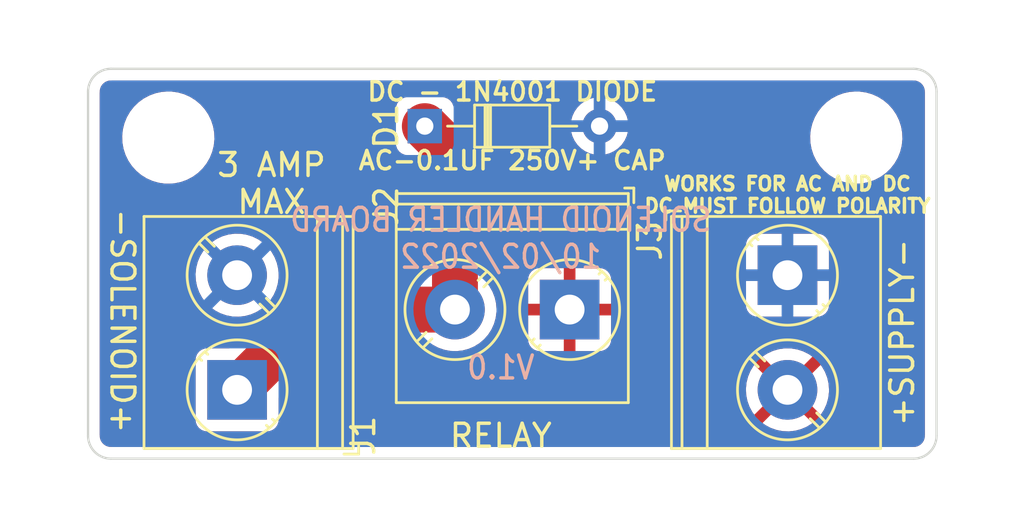
<source format=kicad_pcb>
(kicad_pcb (version 20211014) (generator pcbnew)
  (layers (0 "F.Cu" signal) (31 "B.Cu" signal) (34 "B.Paste" user) (35 "F.Paste" user) (36 "B.SilkS" user "B.Silkscreen") (37 "F.SilkS" user "F.Silkscreen") (38 "B.Mask" user) (39 "F.Mask" user) (44 "Edge.Cuts" user))
  (net 0 "")
  (net 1 "Net-(D1-Pad1)")
  (net 2 "GND")
  (net 3 "+12V")
  (footprint "MountingHole:MountingHole_3mm" (layer "F.Cu") (at 118.5 87)
    (fp_text reference "REF**" hide)
    (fp_text value "MountingHole_3mm")
    (pad "" np_thru_hole circle (at 0 0) (size 3 3) (drill 3) (layers *.Cu *.Mask))
  )
  (footprint "Diode_THT:D_DO-34_SOD68_P7.62mm_Horizontal" (layer "F.Cu") (at 129.685 86.5)
    (fp_text reference "D1" (at -1.685 0 90) (layer "F.SilkS"))
    (fp_text value "D")
    (fp_line (start 2.626 -0.92) (end 2.626 0.92) (layer "F.SilkS") (width 0.12))
    (fp_line (start 5.45 -0.92) (end 2.17 -0.92) (layer "F.SilkS") (width 0.12))
    (fp_line (start 2.17 0.92) (end 5.45 0.92) (layer "F.SilkS") (width 0.12))
    (fp_line (start 6.63 0) (end 5.45 0) (layer "F.SilkS") (width 0.12))
    (fp_line (start 2.17 -0.92) (end 2.17 0.92) (layer "F.SilkS") (width 0.12))
    (fp_line (start 2.866 -0.92) (end 2.866 0.92) (layer "F.SilkS") (width 0.12))
    (fp_line (start 0.99 0) (end 2.17 0) (layer "F.SilkS") (width 0.12))
    (fp_line (start 2.746 -0.92) (end 2.746 0.92) (layer "F.SilkS") (width 0.12))
    (fp_line (start 5.45 0.92) (end 5.45 -0.92) (layer "F.SilkS") (width 0.12))
    (pad "1" thru_hole rect (at 0 0) (size 1.5 1.5) (drill 0.75) (layers *.Cu *.Mask) (net 1 "Net-(D1-Pad1)"))
    (pad "2" thru_hole oval (at 7.62 0) (size 1.5 1.5) (drill 0.75) (layers *.Cu *.Mask) (net 2 "GND"))
  )
  (footprint "MountingHole:MountingHole_3mm" (layer "F.Cu") (at 148.5 87)
    (fp_text reference "REF**" hide)
    (fp_text value "MountingHole_3mm")
    (pad "" np_thru_hole circle (at 0 0) (size 3 3) (drill 3) (layers *.Cu *.Mask))
  )
  (footprint "TerminalBlock_Phoenix:TerminalBlock_Phoenix_PT-1,5-2-5.0-H_1x02_P5.00mm_Horizontal" (layer "F.Cu") (at 136 94.5 180)
    (fp_text reference "J2" (at 8 4.5 -90) (layer "F.SilkS"))
    (fp_text value "relay")
    (fp_line (start -2.56 3.5) (end 7.56 3.5) (layer "F.SilkS") (width 0.12))
    (fp_line (start 6.654 -1.388) (end 6.259 -0.992) (layer "F.SilkS") (width 0.12))
    (fp_line (start -2.56 -4.06) (end -2.56 5.06) (layer "F.SilkS") (width 0.12))
    (fp_line (start -2.8 5.3) (end -2.4 5.3) (layer "F.SilkS") (width 0.12))
    (fp_line (start -2.56 4.6) (end 7.56 4.6) (layer "F.SilkS") (width 0.12))
    (fp_line (start 1.654 -1.388) (end 1.547 -1.281) (layer "F.SilkS") (width 0.12))
    (fp_line (start 3.993 1.274) (end 3.613 1.654) (layer "F.SilkS") (width 0.12))
    (fp_line (start 7.56 -4.06) (end 7.56 5.06) (layer "F.SilkS") (width 0.12))
    (fp_line (start 6.388 -1.654) (end 6.008 -1.274) (layer "F.SilkS") (width 0.12))
    (fp_line (start 1.388 -1.654) (end 1.281 -1.547) (layer "F.SilkS") (width 0.12))
    (fp_line (start -2.56 -4.06) (end 7.56 -4.06) (layer "F.SilkS") (width 0.12))
    (fp_line (start -1.548 1.281) (end -1.654 1.388) (layer "F.SilkS") (width 0.12))
    (fp_line (start -2.56 5.06) (end 7.56 5.06) (layer "F.SilkS") (width 0.12))
    (fp_line (start -1.282 1.547) (end -1.388 1.654) (layer "F.SilkS") (width 0.12))
    (fp_line (start -2.8 4.66) (end -2.8 5.3) (layer "F.SilkS") (width 0.12))
    (fp_line (start 3.742 0.992) (end 3.347 1.388) (layer "F.SilkS") (width 0.12))
    (fp_circle (center 0 0) (end 2.18 0) (layer "F.SilkS") (width 0.12) (fill none))
    (fp_circle (center 5 0) (end 7.18 0) (layer "F.SilkS") (width 0.12) (fill none))
    (pad "1" thru_hole rect (at 0 0 180) (size 2.6 2.6) (drill 1.3) (layers *.Cu *.Mask) (net 3 "+12V"))
    (pad "2" thru_hole circle (at 5 0 180) (size 2.6 2.6) (drill 1.3) (layers *.Cu *.Mask) (net 1 "Net-(D1-Pad1)"))
  )
  (footprint "TerminalBlock_Phoenix:TerminalBlock_Phoenix_PT-1,5-2-5.0-H_1x02_P5.00mm_Horizontal" (layer "F.Cu") (at 145.5 93 -90)
    (fp_text reference "J3" (at -1.5 6 -90) (layer "F.SilkS"))
    (fp_text value "PowerSource")
    (fp_line (start -2.56 -4.06) (end 7.56 -4.06) (layer "F.SilkS") (width 0.12))
    (fp_line (start -1.282 1.547) (end -1.388 1.654) (layer "F.SilkS") (width 0.12))
    (fp_line (start -2.56 5.06) (end 7.56 5.06) (layer "F.SilkS") (width 0.12))
    (fp_line (start 1.388 -1.654) (end 1.281 -1.547) (layer "F.SilkS") (width 0.12))
    (fp_line (start 1.654 -1.388) (end 1.547 -1.281) (layer "F.SilkS") (width 0.12))
    (fp_line (start 6.654 -1.388) (end 6.259 -0.992) (layer "F.SilkS") (width 0.12))
    (fp_line (start 6.388 -1.654) (end 6.008 -1.274) (layer "F.SilkS") (width 0.12))
    (fp_line (start -2.56 -4.06) (end -2.56 5.06) (layer "F.SilkS") (width 0.12))
    (fp_line (start -2.56 4.6) (end 7.56 4.6) (layer "F.SilkS") (width 0.12))
    (fp_line (start -2.56 3.5) (end 7.56 3.5) (layer "F.SilkS") (width 0.12))
    (fp_line (start 3.742 0.992) (end 3.347 1.388) (layer "F.SilkS") (width 0.12))
    (fp_line (start 7.56 -4.06) (end 7.56 5.06) (layer "F.SilkS") (width 0.12))
    (fp_line (start -1.548 1.281) (end -1.654 1.388) (layer "F.SilkS") (width 0.12))
    (fp_line (start -2.8 4.66) (end -2.8 5.3) (layer "F.SilkS") (width 0.12))
    (fp_line (start -2.8 5.3) (end -2.4 5.3) (layer "F.SilkS") (width 0.12))
    (fp_line (start 3.993 1.274) (end 3.613 1.654) (layer "F.SilkS") (width 0.12))
    (fp_circle (center 5 0) (end 7.18 0) (layer "F.SilkS") (width 0.12) (fill none))
    (fp_circle (center 0 0) (end 2.18 0) (layer "F.SilkS") (width 0.12) (fill none))
    (pad "1" thru_hole rect (at 0 0 270) (size 2.6 2.6) (drill 1.3) (layers *.Cu *.Mask) (net 2 "GND"))
    (pad "2" thru_hole circle (at 5 0 270) (size 2.6 2.6) (drill 1.3) (layers *.Cu *.Mask) (net 3 "+12V"))
  )
  (footprint "TerminalBlock_Phoenix:TerminalBlock_Phoenix_PT-1,5-2-5.0-H_1x02_P5.00mm_Horizontal" (layer "F.Cu") (at 121.5 98 90)
    (fp_text reference "J1" (at -2 5.5 90) (layer "F.SilkS"))
    (fp_text value "Solenoid")
    (fp_line (start -1.282 1.547) (end -1.388 1.654) (layer "F.SilkS") (width 0.12))
    (fp_line (start 3.993 1.274) (end 3.613 1.654) (layer "F.SilkS") (width 0.12))
    (fp_line (start -2.56 3.5) (end 7.56 3.5) (layer "F.SilkS") (width 0.12))
    (fp_line (start -2.56 5.06) (end 7.56 5.06) (layer "F.SilkS") (width 0.12))
    (fp_line (start -2.56 4.6) (end 7.56 4.6) (layer "F.SilkS") (width 0.12))
    (fp_line (start -2.56 -4.06) (end -2.56 5.06) (layer "F.SilkS") (width 0.12))
    (fp_line (start -2.8 4.66) (end -2.8 5.3) (layer "F.SilkS") (width 0.12))
    (fp_line (start 6.654 -1.388) (end 6.259 -0.992) (layer "F.SilkS") (width 0.12))
    (fp_line (start -2.56 -4.06) (end 7.56 -4.06) (layer "F.SilkS") (width 0.12))
    (fp_line (start -2.8 5.3) (end -2.4 5.3) (layer "F.SilkS") (width 0.12))
    (fp_line (start 1.654 -1.388) (end 1.547 -1.281) (layer "F.SilkS") (width 0.12))
    (fp_line (start -1.548 1.281) (end -1.654 1.388) (layer "F.SilkS") (width 0.12))
    (fp_line (start 3.742 0.992) (end 3.347 1.388) (layer "F.SilkS") (width 0.12))
    (fp_line (start 1.388 -1.654) (end 1.281 -1.547) (layer "F.SilkS") (width 0.12))
    (fp_line (start 7.56 -4.06) (end 7.56 5.06) (layer "F.SilkS") (width 0.12))
    (fp_line (start 6.388 -1.654) (end 6.008 -1.274) (layer "F.SilkS") (width 0.12))
    (fp_circle (center 5 0) (end 7.18 0) (layer "F.SilkS") (width 0.12) (fill none))
    (fp_circle (center 0 0) (end 2.18 0) (layer "F.SilkS") (width 0.12) (fill none))
    (pad "1" thru_hole rect (at 0 0 90) (size 2.6 2.6) (drill 1.3) (layers *.Cu *.Mask) (net 1 "Net-(D1-Pad1)"))
    (pad "2" thru_hole circle (at 5 0 90) (size 2.6 2.6) (drill 1.3) (layers *.Cu *.Mask) (net 2 "GND"))
  )
  (gr_line (start 116 84) (end 151 84) (layer "Edge.Cuts") (width 0.1))
  (gr_arc (start 152 100) (mid 151.707107 100.707107) (end 151 101) (layer "Edge.Cuts") (width 0.1))
  (gr_arc (start 151 84) (mid 151.707107 84.292893) (end 152 85) (layer "Edge.Cuts") (width 0.1))
  (gr_line (start 115 100) (end 115 85) (layer "Edge.Cuts") (width 0.1))
  (gr_arc (start 115 85) (mid 115.292893 84.292893) (end 116 84) (layer "Edge.Cuts") (width 0.1))
  (gr_arc (start 116 101) (mid 115.292893 100.707107) (end 115 100) (layer "Edge.Cuts") (width 0.1))
  (gr_line (start 151 101) (end 116 101) (layer "Edge.Cuts") (width 0.1))
  (gr_line (start 152 100) (end 152 85) (layer "Edge.Cuts") (width 0.1))
  (gr_text "\nSOLENOID HANDLER BOARD\n10/02/2022\n\n\nV1.0" (at 133 93) (layer "B.SilkS") (effects (font (size 1 0.9)) (justify mirror)))
  (gr_text "-SOLENOID+" (at 116.5 95 -90) (layer "F.SilkS") (effects (font (size 1 1))))
  (gr_text "RELAY" (at 133 100) (layer "F.SilkS") (effects (font (size 1 1))))
  (gr_text "DC - 1N4001 DIODE" (at 133.5 85) (layer "F.SilkS") (effects (font (size 0.8 0.8))))
  (gr_text "WORKS FOR AC AND DC\nDC MUST FOLLOW POLARITY" (at 145.5 89.5) (layer "F.SilkS") (effects (font (size 0.6 0.6))))
  (gr_text "AC-0.1UF 250V+ CAP" (at 133.5 88) (layer "F.SilkS") (effects (font (size 0.8 0.8))))
  (gr_text "+SUPPLY-" (at 150.5 95.5 -270) (layer "F.SilkS") (effects (font (size 1 1))))
  (gr_text "3 AMP\nMAX" (at 123 89) (layer "F.SilkS") (effects (font (size 1 1))))
  (segment (start 131 87.815) (end 129.685 86.5) (width 2) (layer "F.Cu") (net 1))
  (segment (start 131 94.5) (end 131 87.815) (width 2) (layer "F.Cu") (net 1))
  (segment (start 125 94.5) (end 121.5 98) (width 2) (layer "F.Cu") (net 1))
  (segment (start 131 94.5) (end 125 94.5) (width 2) (layer "F.Cu") (net 1))
  (zone (net 3) (net_name "+12V") (layer "F.Cu") (connect_pads (clearance 0.508)) (min_thickness 0.254) (fill yes (thermal_gap 0.508) (thermal_bridge_width 0.508))
    (polygon (pts (xy 154 103) (xy 113 103) (xy 113 82) (xy 154 82)))
  )
  (zone (net 2) (net_name "GND") (layer "B.Cu") (connect_pads (clearance 0.508)) (min_thickness 0.254) (fill yes (thermal_gap 0.508) (thermal_bridge_width 0.508))
    (polygon (pts (xy 155 104) (xy 112 104) (xy 112 81) (xy 155 81)))
  )
)
</source>
